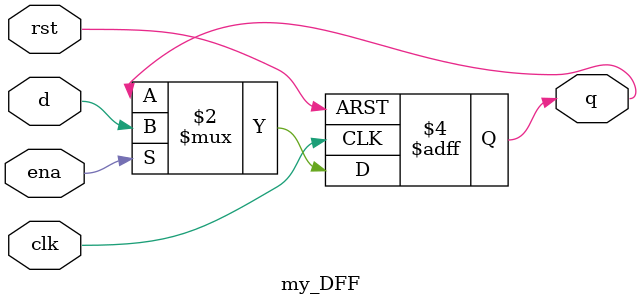
<source format=v>
module my_DFF (
	input wire clk,
	input wire rst,
	input wire ena,
	input wire d,
	output reg q);
always @(posedge clk, posedge rst) begin
	if(rst) begin
		q <= 1'b0;
	end else if (ena) begin
		q <= d;
	end
end

endmodule

</source>
